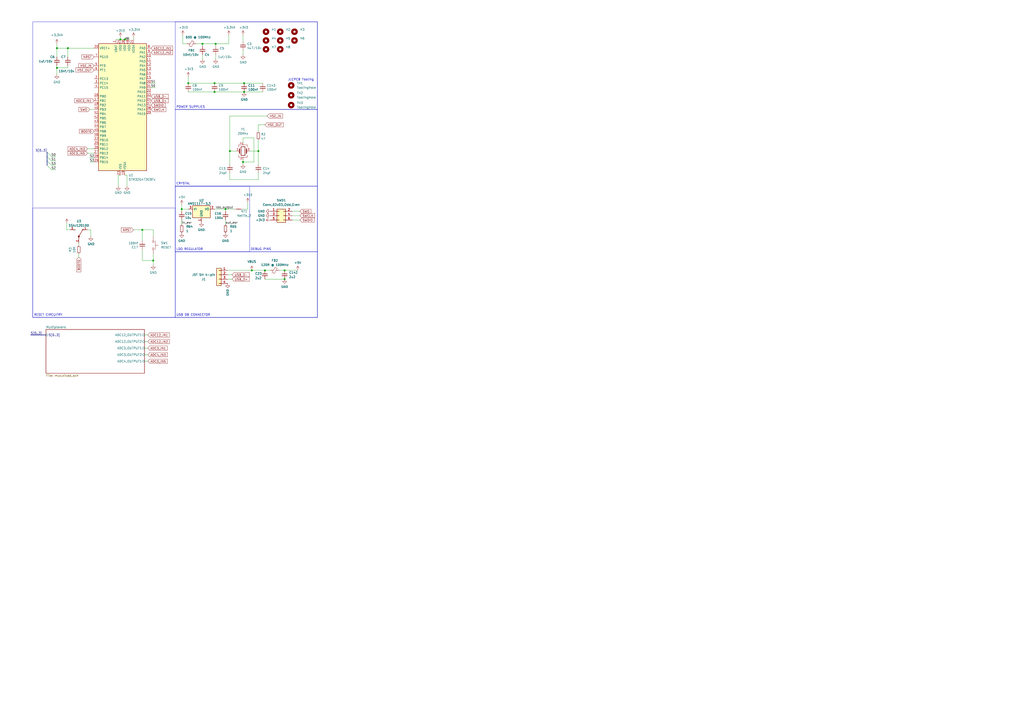
<source format=kicad_sch>
(kicad_sch (version 20231120) (generator "eeschema") (generator_version "8.0")
  (paper "A2")
  (lib_symbols
    (symbol "+3.3VA_1" (power) (pin_names (offset 0))
      (property "Value" "+3.3VA_1" (at 0 3.556 0))
      (symbol "+3.3VA_1_0_1"
        (polyline (pts (xy -0.762 1.27) (xy 0 2.54)))
        (polyline (pts (xy 0 0) (xy 0 2.54)))
        (polyline (pts (xy 0 2.54) (xy 0.762 1.27)))
      )
      (symbol "+3.3VA_1_1_1"
        (pin power_in line (at 0 0 90) (length 0) hide (name "+3.3VA") (number "1"))
      )
    )
    (symbol "BrushlessESC-rescue:Ferrite_Bead_Small-Device" (pin_numbers hide) (pin_names (offset 0))
      (property "Reference" "FB" (at 1.905 1.27 0))
      (property "Value" "Ferrite_Bead_Small-Device" (at 1.905 -1.27 0))
      (symbol "Ferrite_Bead_Small-Device_0_1"
        (polyline (pts (xy 0 -1.27) (xy 0 -0.7874)))
        (polyline (pts (xy 0 0.889) (xy 0 1.2954)))
        (polyline (pts (xy -1.8288 0.2794) (xy -1.1176 1.4986) (xy 1.8288 -0.2032) (xy 1.1176 -1.4224) (xy -1.8288 0.2794)))
      )
      (symbol "Ferrite_Bead_Small-Device_1_1"
        (pin passive line (at 0 2.54 270) (length 1.27) (name "~") (number "1"))
        (pin passive line (at 0 -2.54 90) (length 1.27) (name "~") (number "2"))
      )
    )
    (symbol "Connector_Generic:Conn_01x04" (pin_names (offset 1.016) hide)
      (property "Reference" "J" (at 0 5.08 0))
      (property "Value" "Conn_01x04" (at 0 -7.62 0))
      (symbol "Conn_01x04_1_1"
        (rectangle (start -1.27 -4.953) (end 0 -5.207) (stroke (width 0.1524)))
        (rectangle (start -1.27 -2.413) (end 0 -2.667) (stroke (width 0.1524)))
        (rectangle (start -1.27 0.127) (end 0 -0.127) (stroke (width 0.1524)))
        (rectangle (start -1.27 2.667) (end 0 2.413) (stroke (width 0.1524)))
        (rectangle (start -1.27 3.81) (end 1.27 -6.35) (stroke (width 0.254)) (fill (type background)))
        (pin passive line (at -5.08 2.54 0) (length 3.81) (name "Pin_1") (number "1"))
        (pin passive line (at -5.08 0 0) (length 3.81) (name "Pin_2") (number "2"))
        (pin passive line (at -5.08 -2.54 0) (length 3.81) (name "Pin_3") (number "3"))
        (pin passive line (at -5.08 -5.08 0) (length 3.81) (name "Pin_4") (number "4"))
      )
    )
    (symbol "Connector_Generic:Conn_02x03_Odd_Even" (pin_names (offset 1.016) hide)
      (property "Reference" "J" (at 1.27 5.08 0))
      (property "Value" "Conn_02x03_Odd_Even" (at 1.27 -5.08 0))
      (symbol "Conn_02x03_Odd_Even_1_1"
        (rectangle (start -1.27 -2.413) (end 0 -2.667) (stroke (width 0.1524)))
        (rectangle (start -1.27 0.127) (end 0 -0.127) (stroke (width 0.1524)))
        (rectangle (start -1.27 2.667) (end 0 2.413) (stroke (width 0.1524)))
        (rectangle (start -1.27 3.81) (end 3.81 -3.81) (stroke (width 0.254)) (fill (type background)))
        (rectangle (start 3.81 -2.413) (end 2.54 -2.667) (stroke (width 0.1524)))
        (rectangle (start 3.81 0.127) (end 2.54 -0.127) (stroke (width 0.1524)))
        (rectangle (start 3.81 2.667) (end 2.54 2.413) (stroke (width 0.1524)))
        (pin passive line (at -5.08 2.54 0) (length 3.81) (name "Pin_1") (number "1"))
        (pin passive line (at 7.62 2.54 180) (length 3.81) (name "Pin_2") (number "2"))
        (pin passive line (at -5.08 0 0) (length 3.81) (name "Pin_3") (number "3"))
        (pin passive line (at 7.62 0 180) (length 3.81) (name "Pin_4") (number "4"))
        (pin passive line (at -5.08 -2.54 0) (length 3.81) (name "Pin_5") (number "5"))
        (pin passive line (at 7.62 -2.54 180) (length 3.81) (name "Pin_6") (number "6"))
      )
    )
    (symbol "Device:C_Small" (pin_numbers hide) (pin_names (offset 0.254) hide)
      (property "Reference" "C" (at 0.254 1.778 0))
      (property "Value" "C_Small" (at 0.254 -2.032 0))
      (symbol "C_Small_0_1"
        (polyline (pts (xy -1.524 -0.508) (xy 1.524 -0.508)) (stroke (width 0.3302)))
        (polyline (pts (xy -1.524 0.508) (xy 1.524 0.508)) (stroke (width 0.3048)))
      )
      (symbol "C_Small_1_1"
        (pin passive line (at 0 2.54 270) (length 2.032) (name "~") (number "1"))
        (pin passive line (at 0 -2.54 90) (length 2.032) (name "~") (number "2"))
      )
    )
    (symbol "Device:Crystal_GND24" (pin_names (offset 1.016) hide)
      (property "Reference" "Y" (at 3.175 5.08 0))
      (property "Value" "Crystal_GND24" (at 3.175 3.175 0))
      (symbol "Crystal_GND24_0_1"
        (rectangle (start -1.143 2.54) (end 1.143 -2.54) (stroke (width 0.3048)))
        (polyline (pts (xy -2.54 0) (xy -2.032 0)))
        (polyline (pts (xy -2.032 -1.27) (xy -2.032 1.27)) (stroke (width 0.508)))
        (polyline (pts (xy 0 -3.81) (xy 0 -3.556)))
        (polyline (pts (xy 0 3.556) (xy 0 3.81)))
        (polyline (pts (xy 2.032 -1.27) (xy 2.032 1.27)) (stroke (width 0.508)))
        (polyline (pts (xy 2.032 0) (xy 2.54 0)))
        (polyline (pts (xy -2.54 -2.286) (xy -2.54 -3.556) (xy 2.54 -3.556) (xy 2.54 -2.286)))
        (polyline (pts (xy -2.54 2.286) (xy -2.54 3.556) (xy 2.54 3.556) (xy 2.54 2.286)))
      )
      (symbol "Crystal_GND24_1_1"
        (pin passive line (at -3.81 0 0) (length 1.27) (name "1") (number "1"))
        (pin passive line (at 0 5.08 270) (length 1.27) (name "2") (number "2"))
        (pin passive line (at 3.81 0 180) (length 1.27) (name "3") (number "3"))
        (pin passive line (at 0 -5.08 90) (length 1.27) (name "4") (number "4"))
      )
    )
    (symbol "Device:FerriteBead_Small" (pin_numbers hide) (pin_names (offset 0))
      (property "Reference" "FB" (at 1.905 1.27 0))
      (property "Value" "FerriteBead_Small" (at 1.905 -1.27 0))
      (symbol "FerriteBead_Small_0_1"
        (polyline (pts (xy 0 -1.27) (xy 0 -0.7874)))
        (polyline (pts (xy 0 0.889) (xy 0 1.2954)))
        (polyline (pts (xy -1.8288 0.2794) (xy -1.1176 1.4986) (xy 1.8288 -0.2032) (xy 1.1176 -1.4224) (xy -1.8288 0.2794)))
      )
      (symbol "FerriteBead_Small_1_1"
        (pin passive line (at 0 2.54 270) (length 1.27) (name "~") (number "1"))
        (pin passive line (at 0 -2.54 90) (length 1.27) (name "~") (number "2"))
      )
    )
    (symbol "Device:NetTie_2" (pin_numbers hide) (pin_names (offset 0) hide) (in_bom no)
      (property "Reference" "NT" (at 0 1.27 0))
      (property "Value" "NetTie_2" (at 0 -1.27 0))
      (symbol "NetTie_2_0_1"
        (polyline (pts (xy -1.27 0) (xy 1.27 0)) (stroke (width 0.254)))
      )
      (symbol "NetTie_2_1_1"
        (pin passive line (at -2.54 0 0) (length 2.54) (name "1") (number "1"))
        (pin passive line (at 2.54 0 180) (length 2.54) (name "2") (number "2"))
      )
    )
    (symbol "Device:R_Small" (pin_numbers hide) (pin_names (offset 0.254) hide)
      (property "Reference" "R" (at 0.762 0.508 0))
      (property "Value" "R_Small" (at 0.762 -1.016 0))
      (symbol "R_Small_0_1"
        (rectangle (start -0.762 1.778) (end 0.762 -1.778) (stroke (width 0.2032)))
      )
      (symbol "R_Small_1_1"
        (pin passive line (at 0 2.54 270) (length 0.762) (name "~") (number "1"))
        (pin passive line (at 0 -2.54 90) (length 0.762) (name "~") (number "2"))
      )
    )
    (symbol "MCU_ST_STM32G4:STM32G473CBTx"
      (property "Reference" "U" (at -12.7 39.37 0))
      (property "Value" "STM32G473CBTx" (at 10.16 39.37 0))
      (symbol "STM32G473CBTx_0_1"
        (rectangle (start -12.7 -35.56) (end 15.24 38.1) (stroke (width 0.254)) (fill (type background)))
      )
      (symbol "STM32G473CBTx_1_1"
        (pin power_in line (at -2.54 40.64 270) (length 2.54) (name "VBAT") (number "1"))
        (pin bidirectional line (at 17.78 30.48 180) (length 2.54) (name "PA2") (number "10"))
        (pin bidirectional line (at 17.78 27.94 180) (length 2.54) (name "PA3") (number "11"))
        (pin bidirectional line (at 17.78 25.4 180) (length 2.54) (name "PA4") (number "12"))
        (pin bidirectional line (at 17.78 22.86 180) (length 2.54) (name "PA5") (number "13"))
        (pin bidirectional line (at 17.78 20.32 180) (length 2.54) (name "PA6") (number "14"))
        (pin bidirectional line (at 17.78 17.78 180) (length 2.54) (name "PA7") (number "15"))
        (pin bidirectional line (at -15.24 7.62 0) (length 2.54) (name "PB0") (number "16"))
        (pin bidirectional line (at -15.24 5.08 0) (length 2.54) (name "PB1") (number "17"))
        (pin bidirectional line (at -15.24 2.54 0) (length 2.54) (name "PB2") (number "18"))
        (pin power_in line (at 2.54 -38.1 90) (length 2.54) (name "VSSA") (number "19"))
        (pin bidirectional line (at -15.24 17.78 0) (length 2.54) (name "PC13") (number "2"))
        (pin input line (at -15.24 35.56 0) (length 2.54) (name "VREF+") (number "20"))
        (pin power_in line (at 7.62 40.64 270) (length 2.54) (name "VDDA") (number "21"))
        (pin bidirectional line (at -15.24 -17.78 0) (length 2.54) (name "PB10") (number "22"))
        (pin power_in line (at 0 -38.1 90) (length 2.54) (name "VSS") (number "23"))
        (pin power_in line (at 0 40.64 270) (length 2.54) (name "VDD") (number "24"))
        (pin bidirectional line (at -15.24 -20.32 0) (length 2.54) (name "PB11") (number "25"))
        (pin bidirectional line (at -15.24 -22.86 0) (length 2.54) (name "PB12") (number "26"))
        (pin bidirectional line (at -15.24 -25.4 0) (length 2.54) (name "PB13") (number "27"))
        (pin bidirectional line (at -15.24 -27.94 0) (length 2.54) (name "PB14") (number "28"))
        (pin bidirectional line (at -15.24 -30.48 0) (length 2.54) (name "PB15") (number "29"))
        (pin bidirectional line (at -15.24 15.24 0) (length 2.54) (name "PC14") (number "3"))
        (pin bidirectional line (at 17.78 15.24 180) (length 2.54) (name "PA8") (number "30"))
        (pin bidirectional line (at 17.78 12.7 180) (length 2.54) (name "PA9") (number "31"))
        (pin bidirectional line (at 17.78 10.16 180) (length 2.54) (name "PA10") (number "32"))
        (pin bidirectional line (at 17.78 7.62 180) (length 2.54) (name "PA11") (number "33"))
        (pin bidirectional line (at 17.78 5.08 180) (length 2.54) (name "PA12") (number "34"))
        (pin passive line (at 0 -38.1 90) (length 2.54) hide (name "VSS") (number "35"))
        (pin power_in line (at 2.54 40.64 270) (length 2.54) (name "VDD") (number "36"))
        (pin bidirectional line (at 17.78 2.54 180) (length 2.54) (name "PA13") (number "37"))
        (pin bidirectional line (at 17.78 0 180) (length 2.54) (name "PA14") (number "38"))
        (pin bidirectional line (at 17.78 -2.54 180) (length 2.54) (name "PA15") (number "39"))
        (pin bidirectional line (at -15.24 12.7 0) (length 2.54) (name "PC15") (number "4"))
        (pin bidirectional line (at -15.24 0 0) (length 2.54) (name "PB3") (number "40"))
        (pin bidirectional line (at -15.24 -2.54 0) (length 2.54) (name "PB4") (number "41"))
        (pin bidirectional line (at -15.24 -5.08 0) (length 2.54) (name "PB5") (number "42"))
        (pin bidirectional line (at -15.24 -7.62 0) (length 2.54) (name "PB6") (number "43"))
        (pin bidirectional line (at -15.24 -10.16 0) (length 2.54) (name "PB7") (number "44"))
        (pin bidirectional line (at -15.24 -12.7 0) (length 2.54) (name "PB8") (number "45"))
        (pin bidirectional line (at -15.24 -15.24 0) (length 2.54) (name "PB9") (number "46"))
        (pin passive line (at 0 -38.1 90) (length 2.54) hide (name "VSS") (number "47"))
        (pin power_in line (at 5.08 40.64 270) (length 2.54) (name "VDD") (number "48"))
        (pin bidirectional line (at -15.24 25.4 0) (length 2.54) (name "PF0") (number "5"))
        (pin bidirectional line (at -15.24 22.86 0) (length 2.54) (name "PF1") (number "6"))
        (pin bidirectional line (at -15.24 30.48 0) (length 2.54) (name "PG10") (number "7"))
        (pin bidirectional line (at 17.78 35.56 180) (length 2.54) (name "PA0") (number "8"))
        (pin bidirectional line (at 17.78 33.02 180) (length 2.54) (name "PA1") (number "9"))
      )
    )
    (symbol "Mechanical:MountingHole" (pin_names (offset 1.016))
      (property "Reference" "H" (at 0 5.08 0))
      (property "Value" "MountingHole" (at 0 3.175 0))
      (symbol "MountingHole_0_1"
        (circle (center 0 0) (radius 1.27) (stroke (width 1.27)))
      )
    )
    (symbol "Regulator_Linear:AMS1117-3.3"
      (property "Reference" "U" (at -3.81 3.175 0))
      (property "Value" "AMS1117-3.3" (at 0 3.175 0))
      (symbol "AMS1117-3.3_0_1"
        (rectangle (start -5.08 -5.08) (end 5.08 1.905) (stroke (width 0.254)) (fill (type background)))
      )
      (symbol "AMS1117-3.3_1_1"
        (pin power_in line (at 0 -7.62 90) (length 2.54) (name "GND") (number "1"))
        (pin power_out line (at 7.62 0 180) (length 2.54) (name "VO") (number "2"))
        (pin power_in line (at -7.62 0 0) (length 2.54) (name "VI") (number "3"))
      )
    )
    (symbol "SSAJ120100:SSAJ120100" (pin_names (offset 1.016))
      (property "Reference" "U" (at 0 0 0))
      (property "Value" "SSAJ120100" (at 0 0 0))
      (symbol "SSAJ120100_0_0"
        (polyline (pts (xy -3.175 5.08) (xy -1.905 5.08)) (stroke (width 0.254)))
        (polyline (pts (xy 0 1.27) (xy 0 0)) (stroke (width 0.254)))
        (polyline (pts (xy 0 1.27) (xy 2.54 5.715)) (stroke (width 0.254)))
        (polyline (pts (xy 3.175 5.08) (xy 1.905 5.08)) (stroke (width 0.254)))
        (circle (center 0 1.27) (radius 0.127) (stroke (width 0.4064)))
        (pin passive line (at 5.08 5.08 180) (length 2.54) (name "~") (number "1"))
        (pin passive line (at -5.08 5.08 0) (length 2.54) (name "~") (number "2"))
        (pin passive line (at 0 -2.54 90) (length 2.54) (name "~") (number "C"))
      )
    )
    (symbol "Switch:SW_Omron_B3FS" (pin_numbers hide) (pin_names (offset 1.016) hide)
      (property "Reference" "SW" (at 1.27 2.54 0))
      (property "Value" "SW_Omron_B3FS" (at 0 -1.524 0))
      (symbol "SW_Omron_B3FS_0_1"
        (circle (center -2.032 0) (radius 0.508))
        (polyline (pts (xy 0 1.27) (xy 0 3.048)))
        (polyline (pts (xy 2.54 1.27) (xy -2.54 1.27)))
        (circle (center 2.032 0) (radius 0.508))
        (pin passive line (at -5.08 0 0) (length 2.54) (name "1") (number "1"))
        (pin passive line (at 5.08 0 180) (length 2.54) (name "2") (number "2"))
      )
    )
    (symbol "power:+3.3VA" (power) (pin_names (offset 0))
      (property "Value" "+3.3VA" (at 0 3.556 0))
      (symbol "+3.3VA_0_1"
        (polyline (pts (xy -0.762 1.27) (xy 0 2.54)))
        (polyline (pts (xy 0 0) (xy 0 2.54)))
        (polyline (pts (xy 0 2.54) (xy 0.762 1.27)))
      )
      (symbol "+3.3VA_1_1"
        (pin power_in line (at 0 0 90) (length 0) hide (name "+3.3VA") (number "1"))
      )
    )
    (symbol "power:+3V3" (power) (pin_names (offset 0))
      (property "Value" "+3V3" (at 0 3.556 0))
      (symbol "+3V3_0_1"
        (polyline (pts (xy -0.762 1.27) (xy 0 2.54)))
        (polyline (pts (xy 0 0) (xy 0 2.54)))
        (polyline (pts (xy 0 2.54) (xy 0.762 1.27)))
      )
      (symbol "+3V3_1_1"
        (pin power_in line (at 0 0 90) (length 0) hide (name "+3V3") (number "1"))
      )
    )
    (symbol "power:+5V" (power) (pin_names (offset 0))
      (property "Value" "+5V" (at 0 3.556 0))
      (symbol "+5V_0_1"
        (polyline (pts (xy -0.762 1.27) (xy 0 2.54)))
        (polyline (pts (xy 0 0) (xy 0 2.54)))
        (polyline (pts (xy 0 2.54) (xy 0.762 1.27)))
      )
      (symbol "+5V_1_1"
        (pin power_in line (at 0 0 90) (length 0) hide (name "+5V") (number "1"))
      )
    )
    (symbol "power:GND" (power) (pin_names (offset 0))
      (property "Value" "GND" (at 0 -3.81 0))
      (symbol "GND_0_1"
        (polyline (pts (xy 0 0) (xy 0 -1.27) (xy 1.27 -1.27) (xy 0 -2.54) (xy -1.27 -1.27) (xy 0 -1.27)))
      )
      (symbol "GND_1_1"
        (pin power_in line (at 0 0 270) (length 0) hide (name "GND") (number "1"))
      )
    )
    (symbol "power:VBUS" (power) (pin_names (offset 0))
      (property "Value" "VBUS" (at 0 3.81 0))
      (symbol "VBUS_0_1"
        (polyline (pts (xy -0.762 1.27) (xy 0 2.54)))
        (polyline (pts (xy 0 0) (xy 0 2.54)))
        (polyline (pts (xy 0 2.54) (xy 0.762 1.27)))
      )
      (symbol "VBUS_1_1"
        (pin power_in line (at 0 0 90) (length 0) hide (name "VBUS") (number "1"))
      )
    )
  )
  (junction (at 105.41 121.285))
  (junction (at 39.37 27.94))
  (junction (at 153.67 156.845))
  (junction (at 141.605 48.26))
  (junction (at 141.605 53.34))
  (junction (at 133.35 87.63))
  (junction (at 72.39 22.86))
  (junction (at 33.02 27.94))
  (junction (at 149.86 87.63))
  (junction (at 165.1 161.925))
  (junction (at 146.05 156.845))
  (junction (at 130.81 121.285))
  (junction (at 117.475 25.4))
  (junction (at 125.095 25.4))
  (junction (at 69.85 22.86))
  (junction (at 124.46 53.34))
  (junction (at 124.46 48.26))
  (junction (at 33.02 39.37))
  (junction (at 140.97 93.98))
  (junction (at 88.9 151.13))
  (junction (at 109.22 48.26))
  (junction (at 82.55 133.35))
  (junction (at 165.1 156.845))
  (bus_entry (at 29.845 98.425) (size -2.54 -2.54))
  (bus_entry (at 29.845 90.805) (size -2.54 -2.54))
  (bus_entry (at 29.845 93.345) (size -2.54 -2.54))
  (bus_entry (at 29.845 95.885) (size -2.54 -2.54))
  (wire (pts (xy 105.41 118.745) (xy 105.41 121.285)))
  (wire (pts (xy 85.725 198.12) (xy 83.82 198.12)))
  (wire (pts (xy 147.32 93.98) (xy 140.97 93.98)))
  (wire (pts (xy 153.67 156.845) (xy 146.05 156.845)))
  (wire (pts (xy 124.46 48.26) (xy 141.605 48.26)))
  (wire (pts (xy 109.22 44.45) (xy 109.22 48.26)))
  (bus (pts (xy 17.78 194.31) (xy 26.67 194.31)))
  (wire (pts (xy 67.31 22.86) (xy 69.85 22.86)))
  (wire (pts (xy 152.4 53.34) (xy 141.605 53.34)))
  (wire (pts (xy 85.725 205.74) (xy 83.82 205.74)))
  (wire (pts (xy 153.67 156.845) (xy 156.845 156.845)))
  (wire (pts (xy 133.35 100.33) (xy 133.35 104.14)))
  (wire (pts (xy 38.735 129.54) (xy 38.735 133.35)))
  (wire (pts (xy 149.86 104.14) (xy 149.86 100.33)))
  (wire (pts (xy 45.72 142.24) (xy 45.72 140.97)))
  (wire (pts (xy 52.705 133.35) (xy 52.705 137.16)))
  (wire (pts (xy 140.97 20.32) (xy 140.97 24.13)))
  (wire (pts (xy 39.37 38.1) (xy 39.37 39.37)))
  (wire (pts (xy 117.475 34.29) (xy 117.475 31.75)))
  (wire (pts (xy 33.02 39.37) (xy 33.02 43.18)))
  (wire (pts (xy 130.81 121.285) (xy 135.89 121.285)))
  (wire (pts (xy 149.86 81.28) (xy 149.86 87.63)))
  (wire (pts (xy 125.095 26.67) (xy 125.095 25.4)))
  (bus (pts (xy 27.305 90.805) (xy 27.305 88.265)))
  (bus (pts (xy 27.305 95.885) (xy 27.305 93.345)))
  (wire (pts (xy 68.58 101.6) (xy 68.58 107.95)))
  (wire (pts (xy 82.55 133.35) (xy 88.9 133.35)))
  (wire (pts (xy 140.97 93.98) (xy 140.97 95.25)))
  (wire (pts (xy 45.72 149.225) (xy 45.72 147.32)))
  (wire (pts (xy 143.764 121.285) (xy 143.764 117.475)))
  (wire (pts (xy 85.725 194.31) (xy 83.82 194.31)))
  (wire (pts (xy 133.35 95.25) (xy 133.35 87.63)))
  (wire (pts (xy 117.475 26.67) (xy 117.475 25.4)))
  (wire (pts (xy 32.385 93.345) (xy 29.845 93.345)))
  (wire (pts (xy 169.545 127.635) (xy 173.99 127.635)))
  (wire (pts (xy 88.9 133.35) (xy 88.9 137.16)))
  (wire (pts (xy 69.85 21.59) (xy 69.85 22.86)))
  (wire (pts (xy 33.02 38.1) (xy 33.02 39.37)))
  (wire (pts (xy 85.725 201.93) (xy 83.82 201.93)))
  (wire (pts (xy 124.46 121.285) (xy 130.81 121.285)))
  (wire (pts (xy 39.37 27.94) (xy 54.61 27.94)))
  (wire (pts (xy 125.095 25.4) (xy 117.475 25.4)))
  (wire (pts (xy 140.97 93.98) (xy 140.97 92.71)))
  (wire (pts (xy 165.1 156.845) (xy 172.72 156.845)))
  (wire (pts (xy 68.58 101.6) (xy 69.85 101.6)))
  (wire (pts (xy 149.86 72.39) (xy 149.86 76.2)))
  (wire (pts (xy 32.385 90.805) (xy 29.845 90.805)))
  (wire (pts (xy 77.47 21.59) (xy 77.47 22.86)))
  (wire (pts (xy 105.41 122.555) (xy 105.41 121.285)))
  (wire (pts (xy 161.925 156.845) (xy 165.1 156.845)))
  (wire (pts (xy 32.385 95.885) (xy 29.845 95.885)))
  (wire (pts (xy 141.605 48.26) (xy 152.4 48.26)))
  (wire (pts (xy 106.045 20.32) (xy 106.045 25.4)))
  (bus (pts (xy 27.305 93.345) (xy 27.305 90.805)))
  (wire (pts (xy 140.97 80.01) (xy 147.32 80.01)))
  (wire (pts (xy 169.545 122.555) (xy 173.99 122.555)))
  (wire (pts (xy 134.62 159.385) (xy 132.08 159.385)))
  (wire (pts (xy 29.845 98.425) (xy 32.385 98.425)))
  (wire (pts (xy 73.66 101.6) (xy 73.66 107.95)))
  (wire (pts (xy 54.61 91.44) (xy 52.07 91.44)))
  (wire (pts (xy 153.67 72.39) (xy 149.86 72.39)))
  (wire (pts (xy 130.81 130.175) (xy 130.81 127.635)))
  (wire (pts (xy 117.475 25.4) (xy 113.665 25.4)))
  (wire (pts (xy 133.35 67.31) (xy 133.35 87.63)))
  (wire (pts (xy 82.55 144.78) (xy 82.55 151.13)))
  (wire (pts (xy 82.55 151.13) (xy 88.9 151.13)))
  (wire (pts (xy 88.9 151.13) (xy 88.9 147.32)))
  (wire (pts (xy 140.97 29.21) (xy 140.97 31.75)))
  (wire (pts (xy 83.82 209.55) (xy 85.725 209.55)))
  (wire (pts (xy 130.81 122.555) (xy 130.81 121.285)))
  (wire (pts (xy 90.17 50.8) (xy 87.63 50.8)))
  (wire (pts (xy 50.8 88.9) (xy 54.61 88.9)))
  (wire (pts (xy 153.67 161.925) (xy 165.1 161.925)))
  (wire (pts (xy 154.94 67.31) (xy 133.35 67.31)))
  (wire (pts (xy 149.86 87.63) (xy 149.86 95.25)))
  (wire (pts (xy 52.705 133.35) (xy 50.8 133.35)))
  (wire (pts (xy 140.97 121.285) (xy 143.764 121.285)))
  (wire (pts (xy 88.9 151.13) (xy 88.9 153.67)))
  (wire (pts (xy 173.99 125.095) (xy 169.545 125.095)))
  (wire (pts (xy 134.62 161.925) (xy 132.08 161.925)))
  (wire (pts (xy 82.55 139.7) (xy 82.55 133.35)))
  (wire (pts (xy 105.41 121.285) (xy 109.22 121.285)))
  (wire (pts (xy 33.02 25.4) (xy 33.02 27.94)))
  (wire (pts (xy 39.37 33.02) (xy 39.37 27.94)))
  (wire (pts (xy 52.07 63.5) (xy 54.61 63.5)))
  (wire (pts (xy 124.46 53.34) (xy 141.605 53.34)))
  (wire (pts (xy 132.715 20.32) (xy 132.715 25.4)))
  (wire (pts (xy 77.47 133.35) (xy 82.55 133.35)))
  (wire (pts (xy 54.61 93.98) (xy 52.07 93.98)))
  (wire (pts (xy 72.39 22.86) (xy 74.93 22.86)))
  (wire (pts (xy 106.045 25.4) (xy 108.585 25.4)))
  (wire (pts (xy 147.32 80.01) (xy 147.32 93.98)))
  (wire (pts (xy 33.02 33.02) (xy 33.02 27.94)))
  (wire (pts (xy 144.78 87.63) (xy 149.86 87.63)))
  (wire (pts (xy 87.63 48.26) (xy 90.17 48.26)))
  (wire (pts (xy 124.46 53.34) (xy 109.22 53.34)))
  (wire (pts (xy 125.095 25.4) (xy 132.715 25.4)))
  (wire (pts (xy 39.37 39.37) (xy 33.02 39.37)))
  (wire (pts (xy 109.22 48.26) (xy 124.46 48.26)))
  (wire (pts (xy 133.35 87.63) (xy 137.16 87.63)))
  (wire (pts (xy 69.85 22.86) (xy 72.39 22.86)))
  (wire (pts (xy 39.37 27.94) (xy 33.02 27.94)))
  (wire (pts (xy 38.735 133.35) (xy 40.64 133.35)))
  (wire (pts (xy 133.35 104.14) (xy 149.86 104.14)))
  (wire (pts (xy 73.66 101.6) (xy 72.39 101.6)))
  (wire (pts (xy 105.41 130.175) (xy 105.41 127.635)))
  (wire (pts (xy 125.095 34.29) (xy 125.095 31.75)))
  (wire (pts (xy 140.97 82.55) (xy 140.97 80.01)))
  (wire (pts (xy 50.8 86.36) (xy 54.61 86.36)))
  (wire (pts (xy 132.08 156.845) (xy 146.05 156.845)))
  (rectangle (start 19.05 12.7) (end 184.15 184.15))
  (rectangle (start 101.6 12.7) (end 184.15 63.5))
  (rectangle (start 101.6 63.5) (end 184.15 107.95))
  (rectangle (start 19.05 120.65) (end 101.6 184.15))
  (rectangle (start 101.6 146.05) (end 184.15 184.15))
  (rectangle (start 101.6 107.95) (end 184.15 146.05))
  (rectangle (start 101.6 107.95) (end 144.78 146.05))
  (text "DEBUG PINS\n" (at 145.415 145.415 0) (effects (font (size 1.27 1.27)) (justify left bottom)))
  (text "USB DB CONNECTOR\n" (at 102.235 183.515 0) (effects (font (size 1.27 1.27)) (justify left bottom)))
  (text "JLCPCB Tooling\n" (at 167.005 46.99 0) (effects (font (size 1.27 1.27)) (justify left bottom)))
  (text "RESET CIRCUITRY\n" (at 19.685 183.515 0) (effects (font (size 1.27 1.27)) (justify left bottom)))
  (text "CRYSTAL" (at 102.235 107.315 0) (effects (font (size 1.27 1.27)) (justify left bottom)))
  (text "LDO REGULATOR" (at 102.235 145.415 0) (effects (font (size 1.27 1.27)) (justify left bottom)))
  (text "POWER SUPPLIES" (at 102.235 62.865 0) (effects (font (size 1.27 1.27)) (justify left bottom)))
  (label "ldo_output" (at 125.095 121.285 0))
  (label "S0" (at 32.385 90.805 180))
  (label "in_esr" (at 105.41 130.175 0))
  (label "S1" (at 32.385 93.345 180))
  (label "S[0..3]" (at 27.305 88.265 180))
  (label "out_esr" (at 130.81 130.175 0))
  (label "S2" (at 52.07 91.44 0))
  (label "S3" (at 52.07 93.98 0))
  (label "S3" (at 32.385 95.885 180))
  (label "S0" (at 90.17 50.8 180))
  (label "S[0..3]" (at 17.78 194.31 0))
  (label "VDD" (at 74.93 22.86 180) (effects (font (size 0.8 0.8))))
  (label "S1" (at 90.17 48.26 180))
  (label "S2" (at 32.385 98.425 180))
  (global_label "USB_D+" (shape input) (at 134.62 161.925 0) (property "Intersheetrefs" "${INTERSHEET_REFS}" (effects (hide yes))))
  (global_label "SWO" (shape input) (at 173.99 122.555 0) (property "Intersheetrefs" "${INTERSHEET_REFS}" (effects (hide yes))))
  (global_label "HSE_OUT" (shape input) (at 153.67 72.39 0) (property "Intersheetrefs" "${INTERSHEET_REFS}" (effects (hide yes))))
  (global_label "SWDIO" (shape input) (at 173.99 127.635 0) (property "Intersheetrefs" "${INTERSHEET_REFS}" (effects (hide yes))))
  (global_label "NRST" (shape input) (at 54.61 33.02 180) (property "Intersheetrefs" "${INTERSHEET_REFS}" (effects (hide yes))))
  (global_label "NRST" (shape input) (at 77.47 133.35 180) (property "Intersheetrefs" "${INTERSHEET_REFS}" (effects (hide yes))))
  (global_label "HSE_IN" (shape input) (at 154.94 67.31 0) (property "Intersheetrefs" "${INTERSHEET_REFS}" (effects (hide yes))))
  (global_label "BOOT0" (shape input) (at 54.61 76.2 180) (property "Intersheetrefs" "${INTERSHEET_REFS}" (effects (hide yes))))
  (global_label "ADC4_IN3" (shape input) (at 85.725 205.74 0) (property "Intersheetrefs" "${INTERSHEET_REFS}" (effects (hide yes))))
  (global_label "ADC12_IN2" (shape input) (at 85.725 198.12 0) (property "Intersheetrefs" "${INTERSHEET_REFS}" (effects (hide yes))))
  (global_label "SWO" (shape input) (at 52.07 63.5 180) (property "Intersheetrefs" "${INTERSHEET_REFS}" (effects (hide yes))))
  (global_label "ADC12_IN1" (shape input) (at 87.63 27.94 0) (property "Intersheetrefs" "${INTERSHEET_REFS}" (effects (hide yes))))
  (global_label "SWDIO" (shape input) (at 87.63 60.96 0) (property "Intersheetrefs" "${INTERSHEET_REFS}" (effects (hide yes))))
  (global_label "USB_D+" (shape input) (at 87.63 58.42 0) (property "Intersheetrefs" "${INTERSHEET_REFS}" (effects (hide yes))))
  (global_label "ADC3_IN1" (shape input) (at 85.725 201.93 0) (property "Intersheetrefs" "${INTERSHEET_REFS}" (effects (hide yes))))
  (global_label "ADC4_IN3" (shape input) (at 50.8 86.36 180) (property "Intersheetrefs" "${INTERSHEET_REFS}" (effects (hide yes))))
  (global_label "HSE_OUT" (shape input) (at 54.61 40.64 180) (property "Intersheetrefs" "${INTERSHEET_REFS}" (effects (hide yes))))
  (global_label "USB_D-" (shape input) (at 134.62 159.385 0) (property "Intersheetrefs" "${INTERSHEET_REFS}" (effects (hide yes))))
  (global_label "SWCLK" (shape input) (at 173.99 125.095 0) (property "Intersheetrefs" "${INTERSHEET_REFS}" (effects (hide yes))))
  (global_label "ADC12_IN1" (shape input) (at 85.725 194.31 0) (property "Intersheetrefs" "${INTERSHEET_REFS}" (effects (hide yes))))
  (global_label "ADC12_IN2" (shape input) (at 87.63 30.48 0) (property "Intersheetrefs" "${INTERSHEET_REFS}" (effects (hide yes))))
  (global_label "SWCLK" (shape input) (at 87.63 63.5 0) (property "Intersheetrefs" "${INTERSHEET_REFS}" (effects (hide yes))))
  (global_label "ADC3_IN5" (shape input) (at 50.8 88.9 180) (property "Intersheetrefs" "${INTERSHEET_REFS}" (effects (hide yes))))
  (global_label "BOOT0" (shape input) (at 45.72 149.225 270) (property "Intersheetrefs" "${INTERSHEET_REFS}" (effects (hide yes))))
  (global_label "HSE_IN" (shape input) (at 54.61 38.1 180) (property "Intersheetrefs" "${INTERSHEET_REFS}" (effects (hide yes))))
  (global_label "USB_D-" (shape input) (at 87.63 55.88 0) (property "Intersheetrefs" "${INTERSHEET_REFS}" (effects (hide yes))))
  (global_label "ADC3_IN1" (shape input) (at 54.61 58.42 180) (property "Intersheetrefs" "${INTERSHEET_REFS}" (effects (hide yes))))
  (global_label "ADC3_IN5" (shape input) (at 85.725 209.55 0) (property "Intersheetrefs" "${INTERSHEET_REFS}" (effects (hide yes))))
  (symbol (lib_id "Device:C_Small") (at 149.86 97.79 0) (unit 1)
    (property "Reference" "C14" (at 152.4 97.79 0) (effects (justify left)))
    (property "Value" "24pf" (at 152.4 100.33 0) (effects (justify left)))
    (property "Footprint" "Capacitor_SMD:C_0402_1005Metric" (effects (hide yes)))
  )
  (symbol (lib_id "power:GND") (at 165.1 161.925 0) (mirror y) (unit 1)
    (property "Reference" "#PWR0290" (effects (hide yes)))
    (property "Value" "GND" (at 165.1 166.37 0))
  )
  (symbol (lib_id "Device:R_Small") (at 149.86 78.74 0) (unit 1)
    (property "Reference" "R2" (at 151.3586 77.9053 0) (effects (justify left)))
    (property "Value" "47" (at 151.3586 80.4422 0) (effects (justify left)))
    (property "Footprint" "Resistor_SMD:R_0402_1005Metric" (effects (hide yes)))
  )
  (symbol (lib_id "power:+3V3") (at 69.85 21.59 0) (unit 1)
    (property "Reference" "#PWR04" (effects (hide yes)))
    (property "Value" "+3V3" (at 69.85 17.78 0))
  )
  (symbol (lib_id "Mechanical:MountingHole") (at 170.815 18.415 0) (unit 1)
    (property "Reference" "H3" (at 173.99 17.145 0) (effects (justify left)))
    (property "Value" "MountingHole" (effects (hide yes)))
  )
  (symbol (lib_id "power:GND") (at 117.475 34.29 0) (unit 1)
    (property "Reference" "#PWR08" (effects (hide yes)))
    (property "Value" "GND" (at 117.602 38.6842 0))
  )
  (symbol (lib_id "power:+3.3VA") (at 132.715 20.32 0) (unit 1)
    (property "Reference" "#PWR02" (effects (hide yes)))
    (property "Value" "+3.3VA" (at 133.096 15.9258 0))
  )
  (symbol (lib_id "Mechanical:MountingHole") (at 154.305 18.415 0) (unit 1)
    (property "Reference" "H1" (at 157.48 17.145 0) (effects (justify left)))
    (property "Value" "MountingHole" (effects (hide yes)))
  )
  (symbol (lib_id "Device:C_Small") (at 124.46 50.8 0) (unit 1)
    (property "Reference" "C9" (at 126.7968 49.6316 0) (effects (justify left)))
    (property "Value" "100nf" (at 126.7968 51.943 0) (effects (justify left)))
    (property "Footprint" "Capacitor_SMD:C_0402_1005Metric" (effects (hide yes)))
  )
  (symbol (lib_id "Mechanical:MountingHole") (at 162.56 18.415 0) (unit 1)
    (property "Reference" "H2" (at 165.735 17.145 0) (effects (justify left)))
    (property "Value" "MountingHole" (effects (hide yes)))
  )
  (symbol (lib_id "power:GND") (at 105.41 135.255 0) (unit 1)
    (property "Reference" "#PWR0291" (effects (hide yes)))
    (property "Value" "GND" (at 105.41 139.7 0))
  )
  (symbol (lib_id "power:+3V3") (at 143.764 117.475 0) (unit 1)
    (property "Reference" "#PWR016" (effects (hide yes)))
    (property "Value" "+3V3" (at 143.764 113.03 0))
  )
  (symbol (lib_id "power:GND") (at 125.095 34.29 0) (unit 1)
    (property "Reference" "#PWR09" (effects (hide yes)))
    (property "Value" "GND" (at 125.222 38.6842 0))
  )
  (symbol (lib_id "Device:C_Small") (at 152.4 50.8 0) (unit 1)
    (property "Reference" "C143" (at 154.7368 49.6316 0) (effects (justify left)))
    (property "Value" "100nf" (at 154.7368 51.943 0) (effects (justify left)))
    (property "Footprint" "Capacitor_SMD:C_0402_1005Metric" (effects (hide yes)))
  )
  (symbol (lib_id "power:GND") (at 116.84 128.905 0) (unit 1)
    (property "Reference" "#PWR019" (effects (hide yes)))
    (property "Value" "GND" (at 116.84 133.35 0))
  )
  (symbol (lib_id "Device:C_Small") (at 133.35 97.79 0) (unit 1)
    (property "Reference" "C13" (at 127 97.79 0) (effects (justify left)))
    (property "Value" "24pf" (at 127 100.33 0) (effects (justify left)))
    (property "Footprint" "Capacitor_SMD:C_0402_1005Metric" (effects (hide yes)))
  )
  (symbol (lib_id "power:GND") (at 68.58 107.95 0) (unit 1)
    (property "Reference" "#PWR014" (effects (hide yes)))
    (property "Value" "GND" (at 68.58 111.76 0))
  )
  (symbol (lib_id "power:VBUS") (at 146.05 156.845 0) (unit 1)
    (property "Reference" "#PWR022" (effects (hide yes)))
    (property "Value" "VBUS" (at 146.05 151.765 0))
  )
  (symbol (lib_id "Mechanical:MountingHole") (at 154.305 23.495 0) (unit 1)
    (property "Reference" "H4" (at 157.48 22.225 0) (effects (justify left)))
    (property "Value" "MountingHole" (effects (hide yes)))
  )
  (symbol (lib_id "Device:C_Small") (at 109.22 50.8 0) (unit 1)
    (property "Reference" "C8" (at 111.5568 49.6316 0) (effects (justify left)))
    (property "Value" "100nf" (at 111.5568 51.943 0) (effects (justify left)))
    (property "Footprint" "Capacitor_SMD:C_0402_1005Metric" (effects (hide yes)))
  )
  (symbol (lib_id "Mechanical:MountingHole") (at 170.815 23.495 0) (unit 1)
    (property "Reference" "H6" (at 173.99 22.225 0) (effects (justify left)))
    (property "Value" "MountingHole" (effects (hide yes)))
  )
  (symbol (lib_id "power:GND") (at 88.9 153.67 0) (unit 1)
    (property "Reference" "#PWR021" (effects (hide yes)))
    (property "Value" "GND" (at 88.9 158.1134 0))
  )
  (symbol (lib_id "power:GND") (at 132.08 164.465 0) (mirror y) (unit 1)
    (property "Reference" "#PWR024" (effects (hide yes)))
    (property "Value" "GND" (at 132.08 167.64 90) (effects (justify right)))
  )
  (symbol (lib_id "Device:C_Small") (at 125.095 29.21 0) (unit 1)
    (property "Reference" "C5" (at 127.4318 28.0416 0) (effects (justify left)))
    (property "Value" "1uf/10v" (at 126.365 33.02 0) (effects (justify left)))
    (property "Footprint" "Capacitor_SMD:C_0402_1005Metric" (effects (hide yes)))
  )
  (symbol (lib_id "power:GND") (at 33.02 43.18 0) (mirror y) (unit 1)
    (property "Reference" "#PWR010" (effects (hide yes)))
    (property "Value" "GND" (at 33.02 47.6234 0))
  )
  (symbol (lib_id "power:GND") (at 141.605 53.34 0) (unit 1)
    (property "Reference" "#PWR012" (effects (hide yes)))
    (property "Value" "GND" (at 141.732 57.7342 0))
  )
  (symbol (lib_id "Connector_Generic:Conn_01x04") (at 127 159.385 0) (mirror y) (unit 1)
    (property "Reference" "J1" (at 118.11 161.925 0))
    (property "Value" "JST SH 4-pin" (at 118.11 159.385 0))
    (property "Footprint" "Connector_JST:JST_SH_SM04B-SRSS-TB_1x04-1MP_P1.00mm_Horizontal" (effects (hide yes)))
    (property "LCSC Part #" "C160404" (effects (hide yes)))
  )
  (symbol (lib_name "+3.3VA_1") (lib_id "power:+3.3VA") (at 33.02 25.4 0) (unit 1)
    (property "Reference" "#PWR06" (effects (hide yes)))
    (property "Value" "+3.3VA" (at 33.02 20.32 0))
  )
  (symbol (lib_id "Device:C_Small") (at 39.37 35.56 0) (mirror y) (unit 1)
    (property "Reference" "C7" (at 38.1 33.02 0) (effects (justify left)))
    (property "Value" "10nf/10v" (at 43.18 41.275 0) (effects (justify left)))
    (property "Footprint" "Capacitor_SMD:C_0402_1005Metric" (effects (hide yes)))
  )
  (symbol (lib_id "Mechanical:MountingHole") (at 168.91 55.245 0) (unit 1) (in_bom no)
    (property "Reference" "TH2" (at 172.085 53.975 0) (effects (justify left)))
    (property "Value" "ToolingHole" (at 172.085 56.515 0) (effects (justify left)))
    (property "Footprint" "keyboard:ToolingHole" (effects (hide yes)))
  )
  (symbol (lib_id "Device:C_Small") (at 117.475 29.21 0) (unit 1)
    (property "Reference" "C4" (at 118.745 31.75 0) (effects (justify left)))
    (property "Value" "10nf/10v" (at 106.045 31.75 0) (effects (justify left)))
    (property "Footprint" "Capacitor_SMD:C_0402_1005Metric" (effects (hide yes)))
  )
  (symbol (lib_id "Device:R_Small") (at 105.41 132.715 0) (unit 1)
    (property "Reference" "R64" (at 107.95 131.445 0) (effects (justify left)))
    (property "Value" "1" (at 107.95 133.985 0) (effects (justify left)))
    (property "Footprint" "Resistor_SMD:R_1206_3216Metric" (effects (hide yes)))
  )
  (symbol (lib_id "Mechanical:MountingHole") (at 168.91 49.53 0) (unit 1) (in_bom no)
    (property "Reference" "TH1" (at 172.085 48.26 0) (effects (justify left)))
    (property "Value" "ToolingHole" (at 172.085 50.8 0) (effects (justify left)))
    (property "Footprint" "keyboard:ToolingHole" (effects (hide yes)))
  )
  (symbol (lib_id "Device:C_Small") (at 141.605 50.8 0) (unit 1)
    (property "Reference" "C11" (at 143.9418 49.6316 0) (effects (justify left)))
    (property "Value" "100nf" (at 143.9418 51.943 0) (effects (justify left)))
    (property "Footprint" "Capacitor_SMD:C_0402_1005Metric" (effects (hide yes)))
  )
  (symbol (lib_id "SSAJ120100:SSAJ120100") (at 45.72 138.43 0) (unit 1)
    (property "Reference" "U3" (at 45.72 128.27 0))
    (property "Value" "SSAJ120100" (at 45.72 130.81 0))
    (property "Footprint" "Downloads:SSAJ120100" (effects (hide yes)))
    (property "Description" "\nSwitch Slide SPDT Raised Slide 0.01A 5VDC 10000Cycle Gull Wing SMD T/R\n" (effects (hide yes)))
    (property "MF" "ALPS" (effects (hide yes)))
    (property "Package" "None" (effects (hide yes)))
    (property "Price" "None" (effects (hide yes)))
    (property "SnapEDA_Link" "https://www.snapeda.com/parts/SSAJ120100/ALPS/view-part/?ref=snap" (effects (hide yes)))
    (property "MP" "SSAJ120100" (effects (hide yes)))
    (property "Purchase-URL" "https://www.snapeda.com/api/url_track_click_mouser/?unipart_id=725935&manufacturer=ALPS&part_name=SSAJ120100&search_term=None" (effects (hide yes)))
    (property "Availability" "In Stock" (effects (hide yes)))
    (property "Check_prices" "https://www.snapeda.com/parts/SSAJ120100/ALPS/view-part/?ref=eda" (effects (hide yes)))
  )
  (symbol (lib_id "Device:FerriteBead_Small") (at 159.385 156.845 90) (unit 1)
    (property "Reference" "FB2" (at 159.385 151.13 90))
    (property "Value" "120R @ 100MHz" (at 159.385 153.67 90))
    (property "Footprint" "Inductor_SMD:L_0805_2012Metric" (effects (hide yes)))
  )
  (symbol (lib_id "power:+5V") (at 172.72 156.845 0) (mirror y) (unit 1)
    (property "Reference" "#PWR0289" (effects (hide yes)))
    (property "Value" "+5V" (at 172.72 152.4 0))
  )
  (symbol (lib_id "MCU_ST_STM32G4:STM32G473CBTx") (at 69.85 63.5 0) (unit 1)
    (property "Reference" "U1" (at 74.5841 101.6 0) (effects (justify left)))
    (property "Value" "STM32G473CBTx" (at 74.5841 104.14 0) (effects (justify left)))
    (property "Footprint" "Package_QFP:LQFP-48_7x7mm_P0.5mm" (effects (hide yes)))
    (property "Datasheet" "https://www.st.com/resource/en/datasheet/stm32g473cb.pdf" (effects (hide yes)))
  )
  (symbol (lib_id "Mechanical:MountingHole") (at 154.305 28.575 0) (unit 1)
    (property "Reference" "H7" (at 157.48 27.305 0) (effects (justify left)))
    (property "Value" "MountingHole" (effects (hide yes)))
  )
  (symbol (lib_id "power:+3V3") (at 156.845 127.635 90) (unit 1)
    (property "Reference" "#PWR025" (effects (hide yes)))
    (property "Value" "+3V3" (at 153.67 127.635 90) (effects (justify left)))
  )
  (symbol (lib_id "Connector_Generic:Conn_02x03_Odd_Even") (at 161.925 125.095 0) (unit 1)
    (property "Reference" "SWD1" (at 163.195 116.205 0))
    (property "Value" "Conn_02x03_Odd_Even" (at 163.195 118.745 0))
    (property "Footprint" "Connector_PinSocket_2.54mm:PinSocket_2x03_P2.54mm_Vertical" (effects (hide yes)))
  )
  (symbol (lib_id "Device:R_Small") (at 45.72 144.78 0) (unit 1)
    (property "Reference" "R3" (at 40.7416 144.78 90))
    (property "Value" "10K" (at 43.053 144.78 90))
    (property "Footprint" "Resistor_SMD:R_0603_1608Metric" (effects (hide yes)))
  )
  (symbol (lib_id "power:GND") (at 156.845 122.555 270) (unit 1)
    (property "Reference" "#PWR023" (effects (hide yes)))
    (property "Value" "GND" (at 153.67 122.555 90) (effects (justify right)))
  )
  (symbol (lib_id "Mechanical:MountingHole") (at 168.91 60.96 0) (unit 1) (in_bom no)
    (property "Reference" "TH3" (at 172.085 59.69 0) (effects (justify left)))
    (property "Value" "ToolingHole" (at 172.085 62.23 0) (effects (justify left)))
    (property "Footprint" "keyboard:ToolingHole" (effects (hide yes)))
  )
  (symbol (lib_id "power:+3V3") (at 109.22 44.45 0) (unit 1)
    (property "Reference" "#PWR011" (effects (hide yes)))
    (property "Value" "+3V3" (at 109.601 40.0558 0))
  )
  (symbol (lib_id "Device:C_Small") (at 140.97 26.67 0) (unit 1)
    (property "Reference" "C3" (at 143.3068 25.5016 0) (effects (justify left)))
    (property "Value" "4u7/10v" (at 143.3068 27.813 0) (effects (justify left)))
    (property "Footprint" "Capacitor_SMD:C_0402_1005Metric" (effects (hide yes)))
  )
  (symbol (lib_id "Device:C_Small") (at 165.1 159.385 0) (unit 1)
    (property "Reference" "C142" (at 167.64 158.1213 0) (effects (justify left)))
    (property "Value" "2u2" (at 167.64 160.6613 0) (effects (justify left)))
    (property "Footprint" "Capacitor_SMD:C_0805_2012Metric" (effects (hide yes)))
  )
  (symbol (lib_id "power:GND") (at 156.845 125.095 270) (unit 1)
    (property "Reference" "#PWR026" (effects (hide yes)))
    (property "Value" "GND" (at 153.67 125.095 90) (effects (justify right)))
  )
  (symbol (lib_id "power:+3.3VA") (at 77.47 21.59 0) (unit 1)
    (property "Reference" "#PWR05" (effects (hide yes)))
    (property "Value" "+3.3VA" (at 77.851 17.1958 0))
  )
  (symbol (lib_id "Device:C_Small") (at 33.02 35.56 0) (mirror y) (unit 1)
    (property "Reference" "C6" (at 31.75 33.02 0) (effects (justify left)))
    (property "Value" "1uf/10v" (at 30.48 35.56 0) (effects (justify left)))
    (property "Footprint" "Capacitor_SMD:C_0402_1005Metric" (effects (hide yes)))
  )
  (symbol (lib_id "power:GND") (at 73.66 107.95 0) (unit 1)
    (property "Reference" "#PWR015" (effects (hide yes)))
    (property "Value" "GND" (at 73.66 111.76 0))
  )
  (symbol (lib_id "Device:C_Small") (at 153.67 159.385 0) (unit 1)
    (property "Reference" "C23" (at 147.955 158.75 0) (effects (justify left)))
    (property "Value" "2u2" (at 147.955 161.29 0) (effects (justify left)))
    (property "Footprint" "Capacitor_SMD:C_0805_2012Metric" (effects (hide yes)))
  )
  (symbol (lib_id "power:GND") (at 140.97 31.75 0) (unit 1)
    (property "Reference" "#PWR07" (effects (hide yes)))
    (property "Value" "GND" (at 141.097 36.1442 0))
  )
  (symbol (lib_id "Device:C_Small") (at 82.55 142.24 180) (unit 1)
    (property "Reference" "C17" (at 80.2132 143.4084 0) (effects (justify left)))
    (property "Value" "100nf" (at 80.2132 141.097 0) (effects (justify left)))
    (property "Footprint" "Capacitor_SMD:C_0402_1005Metric" (effects (hide yes)))
  )
  (symbol (lib_id "Device:NetTie_2") (at 138.43 121.285 0) (unit 1) (in_bom no)
    (property "Reference" "NT1" (at 141.605 122.555 0))
    (property "Value" "NetTie_2" (at 141.605 125.095 0))
    (property "Footprint" "NetTie:NetTie-2_SMD_Pad0.5mm" (effects (hide yes)))
  )
  (symbol (lib_id "Regulator_Linear:AMS1117-3.3") (at 116.84 121.285 0) (unit 1)
    (property "Reference" "U2" (at 116.84 116.205 0))
    (property "Value" "AMS1117-3.3" (at 115.57 118.11 0))
    (property "Footprint" "Package_TO_SOT_SMD:SOT-223-3_TabPin2" (effects (hide yes)))
    (property "Datasheet" "http://www.advanced-monolithic.com/pdf/ds1117.pdf" (effects (hide yes)))
  )
  (symbol (lib_id "Mechanical:MountingHole") (at 162.56 28.575 0) (unit 1)
    (property "Reference" "H8" (at 165.735 27.305 0) (effects (justify left)))
    (property "Value" "MountingHole" (effects (hide yes)))
  )
  (symbol (lib_id "BrushlessESC-rescue:Ferrite_Bead_Small-Device") (at 111.125 25.4 270) (unit 1)
    (property "Reference" "FB1" (at 111.125 29.21 90))
    (property "Value" "600 @ 100Mhz" (at 114.935 21.59 90))
    (property "Footprint" "Inductor_SMD:L_0603_1608Metric" (effects (hide yes)))
  )
  (symbol (lib_id "Device:C_Small") (at 130.81 125.095 0) (unit 1)
    (property "Reference" "C16" (at 124.46 123.825 0) (effects (justify left)))
    (property "Value" "100u" (at 124.46 126.365 0) (effects (justify left)))
    (property "Footprint" "Capacitor_SMD:C_1206_3216Metric" (effects (hide yes)))
  )
  (symbol (lib_id "power:+3V3") (at 140.97 20.32 0) (unit 1)
    (property "Reference" "#PWR03" (effects (hide yes)))
    (property "Value" "+3V3" (at 141.351 15.9258 0))
  )
  (symbol (lib_id "power:GND") (at 130.81 135.255 0) (unit 1)
    (property "Reference" "#PWR0292" (effects (hide yes)))
    (property "Value" "GND" (at 130.81 139.7 0))
  )
  (symbol (lib_id "Device:R_Small") (at 130.81 132.715 0) (unit 1)
    (property "Reference" "R65" (at 133.35 131.445 0) (effects (justify left)))
    (property "Value" "1" (at 133.35 133.985 0) (effects (justify left)))
    (property "Footprint" "Resistor_SMD:R_1206_3216Metric" (effects (hide yes)))
  )
  (symbol (lib_id "Device:C_Small") (at 105.41 125.095 0) (unit 1)
    (property "Reference" "C15" (at 107.315 123.825 0) (effects (justify left)))
    (property "Value" "10u" (at 107.315 126.365 0) (effects (justify left)))
    (property "Footprint" "Capacitor_SMD:C_1206_3216Metric" (effects (hide yes)))
  )
  (symbol (lib_id "power:+3V3") (at 38.735 129.54 0) (unit 1)
    (property "Reference" "#PWR018" (effects (hide yes)))
    (property "Value" "+3V3" (effects (hide yes)))
  )
  (symbol (lib_id "power:GND") (at 140.97 95.25 0) (unit 1)
    (property "Reference" "#PWR013" (effects (hide yes)))
    (property "Value" "GND" (at 140.97 99.6934 0))
  )
  (symbol (lib_id "power:+3V3") (at 106.045 20.32 0) (unit 1)
    (property "Reference" "#PWR01" (effects (hide yes)))
    (property "Value" "+3V3" (at 106.426 15.9258 0))
  )
  (symbol (lib_id "Switch:SW_Omron_B3FS") (at 88.9 142.24 270) (unit 1)
    (property "Reference" "SW1" (at 93.345 140.97 90) (effects (justify left)))
    (property "Value" "RESET" (at 93.345 143.51 90) (effects (justify left)))
    (property "Footprint" "Button_Switch_SMD:SW_SPST_Omron_B3FS-100xP" (effects (hide yes)))
    (property "Datasheet" "https://omronfs.omron.com/en_US/ecb/products/pdf/en-b3fs.pdf" (effects (hide yes)))
  )
  (symbol (lib_id "Device:Crystal_GND24") (at 140.97 87.63 0) (unit 1)
    (property "Reference" "Y1" (at 140.97 74.93 0))
    (property "Value" "20Mhz" (at 140.97 77.47 0))
    (property "Footprint" "Crystal:Crystal_SMD_3225-4Pin_3.2x2.5mm" (effects (hide yes)))
  )
  (symbol (lib_id "power:+5V") (at 105.41 118.745 0) (unit 1)
    (property "Reference" "#PWR017" (effects (hide yes)))
    (property "Value" "+5V" (at 105.41 114.3 0))
  )
  (symbol (lib_id "power:GND") (at 52.705 137.16 0) (unit 1)
    (property "Reference" "#PWR020" (effects (hide yes)))
    (property "Value" "GND" (at 52.832 141.5542 0))
  )
  (symbol (lib_id "Mechanical:MountingHole") (at 162.56 23.495 0) (unit 1)
    (property "Reference" "H5" (at 165.735 22.225 0) (effects (justify left)))
    (property "Value" "MountingHole" (effects (hide yes)))
  )
  (sheet (at 26.67 191.135) (size 57.15 25.4) (stroke (width 0.1524))
    (property "Sheetname" "Multiplexers" (at 26.67 190.5 0) (effects (justify left bottom)))
    (property "Sheetfile" "mux.kicad_sch" (at 26.67 217.1196 0) (effects (justify left top)))
    (pin "S[0..3]" input (at 26.67 194.31 180))
    (pin "ADC3_OUTPUT2" input (at 83.82 205.74 0))
    (pin "ADC12_OUTPUT2" input (at 83.82 198.12 0))
    (pin "ADC12_OUTPUT1" input (at 83.82 194.31 0))
    (pin "ADC3_OUTPUT1" input (at 83.82 201.93 0))
    (pin "ADC4_OUTPUT1" input (at 83.82 209.55 0))
  )
)
</source>
